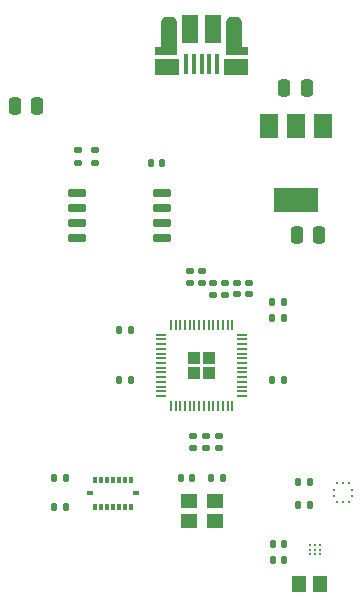
<source format=gbr>
G04 #@! TF.GenerationSoftware,KiCad,Pcbnew,8.0.1*
G04 #@! TF.CreationDate,2024-04-21T17:46:33-05:00*
G04 #@! TF.ProjectId,RP2040_minimal_r2,52503230-3430-45f6-9d69-6e696d616c5f,REV2*
G04 #@! TF.SameCoordinates,Original*
G04 #@! TF.FileFunction,Paste,Top*
G04 #@! TF.FilePolarity,Positive*
%FSLAX46Y46*%
G04 Gerber Fmt 4.6, Leading zero omitted, Abs format (unit mm)*
G04 Created by KiCad (PCBNEW 8.0.1) date 2024-04-21 17:46:33*
%MOMM*%
%LPD*%
G01*
G04 APERTURE LIST*
G04 Aperture macros list*
%AMRoundRect*
0 Rectangle with rounded corners*
0 $1 Rounding radius*
0 $2 $3 $4 $5 $6 $7 $8 $9 X,Y pos of 4 corners*
0 Add a 4 corners polygon primitive as box body*
4,1,4,$2,$3,$4,$5,$6,$7,$8,$9,$2,$3,0*
0 Add four circle primitives for the rounded corners*
1,1,$1+$1,$2,$3*
1,1,$1+$1,$4,$5*
1,1,$1+$1,$6,$7*
1,1,$1+$1,$8,$9*
0 Add four rect primitives between the rounded corners*
20,1,$1+$1,$2,$3,$4,$5,0*
20,1,$1+$1,$4,$5,$6,$7,0*
20,1,$1+$1,$6,$7,$8,$9,0*
20,1,$1+$1,$8,$9,$2,$3,0*%
G04 Aperture macros list end*
%ADD10RoundRect,0.250000X-0.250000X-0.475000X0.250000X-0.475000X0.250000X0.475000X-0.250000X0.475000X0*%
%ADD11R,0.400000X1.750000*%
%ADD12R,1.825000X0.700000*%
%ADD13R,2.000000X1.460000*%
%ADD14RoundRect,0.384800X0.265200X1.240200X-0.265200X1.240200X-0.265200X-1.240200X0.265200X-1.240200X0*%
%ADD15R,1.425000X2.400000*%
%ADD16RoundRect,0.140000X0.170000X-0.140000X0.170000X0.140000X-0.170000X0.140000X-0.170000X-0.140000X0*%
%ADD17RoundRect,0.140000X0.140000X0.170000X-0.140000X0.170000X-0.140000X-0.170000X0.140000X-0.170000X0*%
%ADD18RoundRect,0.135000X-0.185000X0.135000X-0.185000X-0.135000X0.185000X-0.135000X0.185000X0.135000X0*%
%ADD19R,1.500000X2.000000*%
%ADD20R,3.800000X2.000000*%
%ADD21RoundRect,0.150000X-0.650000X-0.150000X0.650000X-0.150000X0.650000X0.150000X-0.650000X0.150000X0*%
%ADD22RoundRect,0.135000X0.185000X-0.135000X0.185000X0.135000X-0.185000X0.135000X-0.185000X-0.135000X0*%
%ADD23RoundRect,0.140000X-0.140000X-0.170000X0.140000X-0.170000X0.140000X0.170000X-0.140000X0.170000X0*%
%ADD24RoundRect,0.140000X-0.170000X0.140000X-0.170000X-0.140000X0.170000X-0.140000X0.170000X0.140000X0*%
%ADD25RoundRect,0.250000X-0.292217X-0.292217X0.292217X-0.292217X0.292217X0.292217X-0.292217X0.292217X0*%
%ADD26RoundRect,0.050000X-0.387500X-0.050000X0.387500X-0.050000X0.387500X0.050000X-0.387500X0.050000X0*%
%ADD27RoundRect,0.050000X-0.050000X-0.387500X0.050000X-0.387500X0.050000X0.387500X-0.050000X0.387500X0*%
%ADD28R,1.150000X1.470000*%
%ADD29R,0.350000X0.590000*%
%ADD30R,0.590000X0.350000*%
%ADD31R,1.400000X1.200000*%
%ADD32C,0.228600*%
%ADD33R,0.279400X0.254000*%
%ADD34R,0.254000X0.254000*%
G04 APERTURE END LIST*
D10*
X108075000Y-89000000D03*
X109975000Y-89000000D03*
D11*
X101300000Y-74525000D03*
X100650000Y-74525000D03*
X100000000Y-74525000D03*
X99350000Y-74525000D03*
X98700000Y-74525000D03*
D12*
X102987500Y-73400000D03*
D13*
X102900000Y-74730000D03*
D14*
X102725000Y-72125000D03*
D15*
X100962500Y-71500000D03*
X99037500Y-71500000D03*
D14*
X97275000Y-72125000D03*
D13*
X97100000Y-74730000D03*
D12*
X97012500Y-73400000D03*
D16*
X104000000Y-93995000D03*
X104000000Y-93035000D03*
X103000000Y-93995000D03*
X103000000Y-93035000D03*
D17*
X93995000Y-101200000D03*
X93035000Y-101200000D03*
X96665000Y-82830000D03*
X95705000Y-82830000D03*
D18*
X89500000Y-81805000D03*
X89500000Y-82825000D03*
D19*
X110300000Y-79700000D03*
X108000000Y-79700000D03*
D20*
X108000000Y-86000000D03*
D19*
X105700000Y-79700000D03*
D21*
X89450000Y-85370000D03*
X89450000Y-86640000D03*
X89450000Y-87910000D03*
X89450000Y-89180000D03*
X96650000Y-89180000D03*
X96650000Y-87910000D03*
X96650000Y-86640000D03*
X96650000Y-85370000D03*
D22*
X91000000Y-82825000D03*
X91000000Y-81805000D03*
D16*
X100000000Y-92995000D03*
X100000000Y-92035000D03*
D23*
X106005000Y-101200000D03*
X106965000Y-101200000D03*
D24*
X100381000Y-106005000D03*
X100381000Y-106965000D03*
D18*
X101000000Y-93005000D03*
X101000000Y-94025000D03*
D24*
X101500000Y-106005000D03*
X101500000Y-106965000D03*
D10*
X106987500Y-76500000D03*
X108887500Y-76500000D03*
D17*
X93995000Y-97000000D03*
X93035000Y-97000000D03*
D23*
X106005000Y-94600000D03*
X106965000Y-94600000D03*
D25*
X99362500Y-99362500D03*
X99362500Y-100637500D03*
X100637500Y-99362500D03*
X100637500Y-100637500D03*
D26*
X96562500Y-97400000D03*
X96562500Y-97800000D03*
X96562500Y-98200000D03*
X96562500Y-98600000D03*
X96562500Y-99000000D03*
X96562500Y-99400000D03*
X96562500Y-99800000D03*
X96562500Y-100200000D03*
X96562500Y-100600000D03*
X96562500Y-101000000D03*
X96562500Y-101400000D03*
X96562500Y-101800000D03*
X96562500Y-102200000D03*
X96562500Y-102600000D03*
D27*
X97400000Y-103437500D03*
X97800000Y-103437500D03*
X98200000Y-103437500D03*
X98600000Y-103437500D03*
X99000000Y-103437500D03*
X99400000Y-103437500D03*
X99800000Y-103437500D03*
X100200000Y-103437500D03*
X100600000Y-103437500D03*
X101000000Y-103437500D03*
X101400000Y-103437500D03*
X101800000Y-103437500D03*
X102200000Y-103437500D03*
X102600000Y-103437500D03*
D26*
X103437500Y-102600000D03*
X103437500Y-102200000D03*
X103437500Y-101800000D03*
X103437500Y-101400000D03*
X103437500Y-101000000D03*
X103437500Y-100600000D03*
X103437500Y-100200000D03*
X103437500Y-99800000D03*
X103437500Y-99400000D03*
X103437500Y-99000000D03*
X103437500Y-98600000D03*
X103437500Y-98200000D03*
X103437500Y-97800000D03*
X103437500Y-97400000D03*
D27*
X102600000Y-96562500D03*
X102200000Y-96562500D03*
X101800000Y-96562500D03*
X101400000Y-96562500D03*
X101000000Y-96562500D03*
X100600000Y-96562500D03*
X100200000Y-96562500D03*
X99800000Y-96562500D03*
X99400000Y-96562500D03*
X99000000Y-96562500D03*
X98600000Y-96562500D03*
X98200000Y-96562500D03*
X97800000Y-96562500D03*
X97400000Y-96562500D03*
D18*
X102000000Y-93005000D03*
X102000000Y-94025000D03*
D16*
X99000000Y-92995000D03*
X99000000Y-92035000D03*
D23*
X106005000Y-96000000D03*
X106965000Y-96000000D03*
D10*
X84165000Y-78000000D03*
X86065000Y-78000000D03*
D23*
X106020000Y-115119750D03*
X106980000Y-115119750D03*
X87520000Y-109500000D03*
X88480000Y-109500000D03*
D17*
X99180000Y-109500000D03*
X98220000Y-109500000D03*
D28*
X108240000Y-118500000D03*
X110000000Y-118500000D03*
D29*
X91000000Y-109670000D03*
X91500000Y-109670000D03*
X92000000Y-109670000D03*
X92500000Y-109670000D03*
X93000000Y-109670000D03*
X93500000Y-109670000D03*
X94000000Y-109670000D03*
D30*
X94415000Y-110835000D03*
D29*
X94000000Y-112000000D03*
X93500000Y-112000000D03*
X93000000Y-112000000D03*
X92500000Y-112000000D03*
X92000000Y-112000000D03*
X91500000Y-112000000D03*
X91000000Y-112000000D03*
D30*
X90585000Y-110835000D03*
D23*
X87540000Y-112000000D03*
X88500000Y-112000000D03*
X100820000Y-109500000D03*
X101780000Y-109500000D03*
X106020000Y-116500000D03*
X106980000Y-116500000D03*
D31*
X98900000Y-113150000D03*
X101100000Y-113150000D03*
X101100000Y-111450000D03*
X98900000Y-111450000D03*
D32*
X109199900Y-115199900D03*
X109599950Y-115199900D03*
X110000000Y-115199900D03*
X109199900Y-115599950D03*
X109599950Y-115599950D03*
X110000000Y-115599950D03*
X109199900Y-116000000D03*
X109599950Y-116000000D03*
X110000000Y-116000000D03*
D23*
X108200699Y-109850000D03*
X109160699Y-109850000D03*
X108200699Y-111820000D03*
X109160699Y-111820000D03*
D33*
X111239698Y-110523001D03*
X111239698Y-111023001D03*
D34*
X111500000Y-111546002D03*
X111999999Y-111546002D03*
X112499998Y-111546002D03*
D33*
X112760300Y-111023001D03*
X112760300Y-110523001D03*
D34*
X112499998Y-110000000D03*
X111999999Y-110000000D03*
X111500000Y-110000000D03*
D18*
X99300000Y-105990000D03*
X99300000Y-107010000D03*
M02*

</source>
